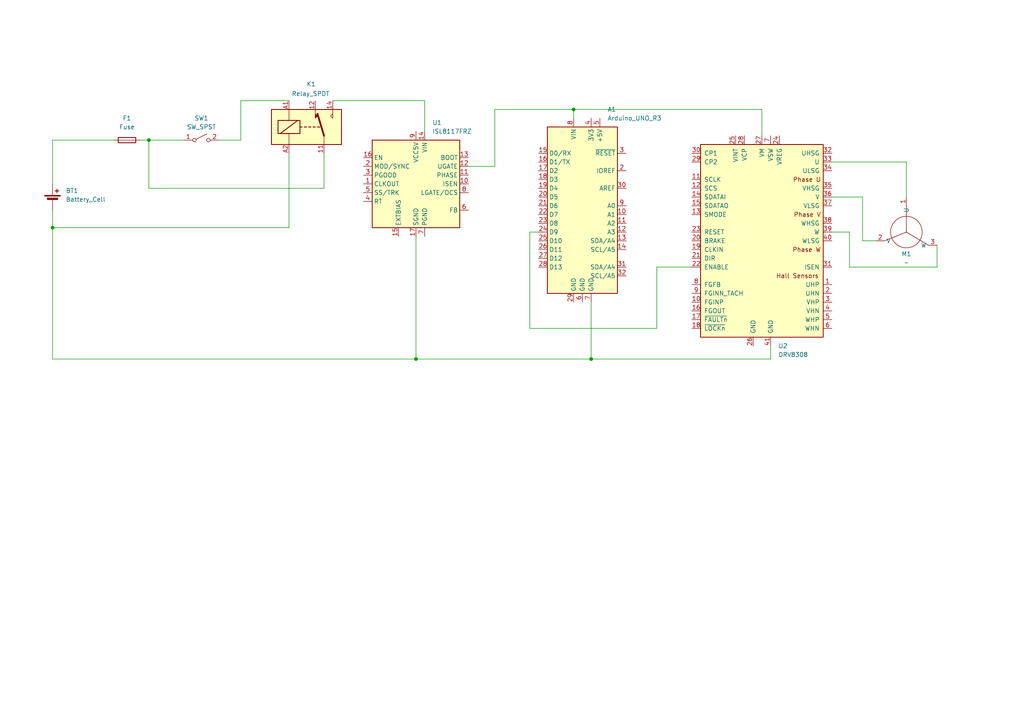
<source format=kicad_sch>
(kicad_sch (version 20231120) (generator "eeschema") (generator_version "8.0")
  (paper "A4")
  (lib_symbols
    (symbol "BLDC motor:BLDC"
      (property "Reference" "M" (at 0 -14.732 0))
      (symbol "BLDC_0_1"
        (circle (center 0 -7.62) (radius 4.5791))
        (polyline (pts (xy 0 -7.62) (xy -6.35 -10.16)))
        (polyline (pts (xy 0 -7.62) (xy 0 0)))
        (polyline (pts (xy 0 -7.62) (xy 6.35 -11.43)))
      )
      (symbol "BLDC_1_1"
        (pin power_out line (at 0 2.54 270) (length 2.54) (name "U") (number "1"))
        (pin power_out line (at -8.89 -10.16 0) (length 2.54) (name "V") (number "2"))
        (pin power_out line (at 8.89 -11.43 180) (length 2.54) (name "W") (number "3"))
      )
    )
    (symbol "Device:Battery_Cell" (pin_numbers hide) (pin_names (offset 0) hide)
      (property "Reference" "BT" (at 2.54 2.54 0))
      (property "Value" "Battery_Cell" (at 2.54 0 0))
      (symbol "Battery_Cell_0_1"
        (rectangle (start -2.286 1.778) (end 2.286 1.524) (fill (type outline)))
        (rectangle (start -1.524 1.016) (end 1.524 0.508) (fill (type outline)))
        (polyline (pts (xy 0 0.762) (xy 0 0)))
        (polyline (pts (xy 0 1.778) (xy 0 2.54)))
        (polyline (pts (xy 0.762 3.048) (xy 1.778 3.048)) (stroke (width 0.254)))
        (polyline (pts (xy 1.27 3.556) (xy 1.27 2.54)) (stroke (width 0.254)))
      )
      (symbol "Battery_Cell_1_1"
        (pin passive line (at 0 5.08 270) (length 2.54) (name "+") (number "1"))
        (pin passive line (at 0 -2.54 90) (length 2.54) (name "-") (number "2"))
      )
    )
    (symbol "Device:Fuse" (pin_numbers hide) (pin_names (offset 0))
      (property "Reference" "F" (at 2.032 0 90))
      (property "Value" "Fuse" (at -1.905 0 90))
      (symbol "Fuse_0_1"
        (rectangle (start -0.762 -2.54) (end 0.762 2.54) (stroke (width 0.254)))
        (polyline (pts (xy 0 2.54) (xy 0 -2.54)))
      )
      (symbol "Fuse_1_1"
        (pin passive line (at 0 3.81 270) (length 1.27) (name "~") (number "1"))
        (pin passive line (at 0 -3.81 90) (length 1.27) (name "~") (number "2"))
      )
    )
    (symbol "Driver_Motor:DRV8308" (pin_names (offset 1.016))
      (property "Reference" "U" (at -17.78 36.83 0))
      (property "Value" "DRV8308" (at -17.78 -21.59 0))
      (symbol "DRV8308_0_0"
        (text "Hall Sensors" (at 16.51 -2.54 0) (effects (font (size 1.27 1.27)) (justify right)))
        (text "Phase U" (at 17.145 25.4 0) (effects (font (size 1.27 1.27)) (justify right)))
        (text "Phase V" (at 17.145 15.24 0) (effects (font (size 1.27 1.27)) (justify right)))
        (text "Phase W" (at 17.145 5.08 0) (effects (font (size 1.27 1.27)) (justify right)))
      )
      (symbol "DRV8308_0_1"
        (rectangle (start -17.78 35.56) (end 17.78 -20.32) (stroke (width 0.254)) (fill (type background)))
      )
      (symbol "DRV8308_1_1"
        (pin input line (at 20.32 -5.08 180) (length 2.54) (name "UHP") (number "1"))
        (pin bidirectional line (at -20.32 -10.16 0) (length 2.54) (name "FGINP") (number "10"))
        (pin input line (at -20.32 25.4 0) (length 2.54) (name "SCLK") (number "11"))
        (pin input line (at -20.32 22.86 0) (length 2.54) (name "SCS") (number "12"))
        (pin input line (at -20.32 15.24 0) (length 2.54) (name "SMODE") (number "13"))
        (pin input line (at -20.32 20.32 0) (length 2.54) (name "SDATAI") (number "14"))
        (pin output line (at -20.32 17.78 0) (length 2.54) (name "SDATAO") (number "15"))
        (pin output line (at -20.32 -12.7 0) (length 2.54) (name "FGOUT") (number "16"))
        (pin output line (at -20.32 -15.24 0) (length 2.54) (name "~{FAULTn}") (number "17"))
        (pin output line (at -20.32 -17.78 0) (length 2.54) (name "~{LOCKn}") (number "18"))
        (pin input line (at -20.32 5.08 0) (length 2.54) (name "CLKIN") (number "19"))
        (pin input line (at 20.32 -7.62 180) (length 2.54) (name "UHN") (number "2"))
        (pin input line (at -20.32 7.62 0) (length 2.54) (name "BRAKE") (number "20"))
        (pin input line (at -20.32 2.54 0) (length 2.54) (name "DIR") (number "21"))
        (pin input line (at -20.32 0 0) (length 2.54) (name "ENABLE") (number "22"))
        (pin input line (at -20.32 10.16 0) (length 2.54) (name "RESET") (number "23"))
        (pin power_out line (at 5.08 38.1 270) (length 2.54) (name "VREG") (number "24"))
        (pin passive line (at -7.62 38.1 270) (length 2.54) (name "VINT") (number "25"))
        (pin power_in line (at -2.54 -22.86 90) (length 2.54) (name "GND") (number "26"))
        (pin power_in line (at 0 38.1 270) (length 2.54) (name "VM") (number "27"))
        (pin passive line (at -5.08 38.1 270) (length 2.54) (name "VCP") (number "28"))
        (pin passive line (at -20.32 30.48 0) (length 2.54) (name "CP2") (number "29"))
        (pin input line (at 20.32 -10.16 180) (length 2.54) (name "VHP") (number "3"))
        (pin passive line (at -20.32 33.02 0) (length 2.54) (name "CP1") (number "30"))
        (pin input line (at 20.32 0 180) (length 2.54) (name "ISEN") (number "31"))
        (pin output line (at 20.32 33.02 180) (length 2.54) (name "UHSG") (number "32"))
        (pin input line (at 20.32 30.48 180) (length 2.54) (name "U") (number "33"))
        (pin output line (at 20.32 27.94 180) (length 2.54) (name "ULSG") (number "34"))
        (pin output line (at 20.32 22.86 180) (length 2.54) (name "VHSG") (number "35"))
        (pin input line (at 20.32 20.32 180) (length 2.54) (name "V") (number "36"))
        (pin output line (at 20.32 17.78 180) (length 2.54) (name "VLSG") (number "37"))
        (pin output line (at 20.32 12.7 180) (length 2.54) (name "WHSG") (number "38"))
        (pin input line (at 20.32 10.16 180) (length 2.54) (name "W") (number "39"))
        (pin input line (at 20.32 -12.7 180) (length 2.54) (name "VHN") (number "4"))
        (pin output line (at 20.32 7.62 180) (length 2.54) (name "WLSG") (number "40"))
        (pin power_in line (at 2.54 -22.86 90) (length 2.54) (name "GND") (number "41"))
        (pin input line (at 20.32 -15.24 180) (length 2.54) (name "WHP") (number "5"))
        (pin input line (at 20.32 -17.78 180) (length 2.54) (name "WHN") (number "6"))
        (pin power_out line (at 2.54 38.1 270) (length 2.54) (name "VSW") (number "7"))
        (pin output line (at -20.32 -5.08 0) (length 2.54) (name "FGFB") (number "8"))
        (pin input line (at -20.32 -7.62 0) (length 2.54) (name "FGINN_TACH") (number "9"))
      )
    )
    (symbol "MCU_Module:Arduino_UNO_R3"
      (property "Reference" "A" (at -10.16 23.495 0))
      (property "Value" "Arduino_UNO_R3" (at 5.08 -26.67 0))
      (symbol "Arduino_UNO_R3_0_1"
        (rectangle (start -10.16 22.86) (end 10.16 -25.4) (stroke (width 0.254)) (fill (type background)))
      )
      (symbol "Arduino_UNO_R3_1_1"
        (pin no_connect line (at -10.16 -20.32 0) (length 2.54) hide (name "NC") (number "1"))
        (pin bidirectional line (at 12.7 -2.54 180) (length 2.54) (name "A1") (number "10"))
        (pin bidirectional line (at 12.7 -5.08 180) (length 2.54) (name "A2") (number "11"))
        (pin bidirectional line (at 12.7 -7.62 180) (length 2.54) (name "A3") (number "12"))
        (pin bidirectional line (at 12.7 -10.16 180) (length 2.54) (name "SDA/A4") (number "13"))
        (pin bidirectional line (at 12.7 -12.7 180) (length 2.54) (name "SCL/A5") (number "14"))
        (pin bidirectional line (at -12.7 15.24 0) (length 2.54) (name "D0/RX") (number "15"))
        (pin bidirectional line (at -12.7 12.7 0) (length 2.54) (name "D1/TX") (number "16"))
        (pin bidirectional line (at -12.7 10.16 0) (length 2.54) (name "D2") (number "17"))
        (pin bidirectional line (at -12.7 7.62 0) (length 2.54) (name "D3") (number "18"))
        (pin bidirectional line (at -12.7 5.08 0) (length 2.54) (name "D4") (number "19"))
        (pin output line (at 12.7 10.16 180) (length 2.54) (name "IOREF") (number "2"))
        (pin bidirectional line (at -12.7 2.54 0) (length 2.54) (name "D5") (number "20"))
        (pin bidirectional line (at -12.7 0 0) (length 2.54) (name "D6") (number "21"))
        (pin bidirectional line (at -12.7 -2.54 0) (length 2.54) (name "D7") (number "22"))
        (pin bidirectional line (at -12.7 -5.08 0) (length 2.54) (name "D8") (number "23"))
        (pin bidirectional line (at -12.7 -7.62 0) (length 2.54) (name "D9") (number "24"))
        (pin bidirectional line (at -12.7 -10.16 0) (length 2.54) (name "D10") (number "25"))
        (pin bidirectional line (at -12.7 -12.7 0) (length 2.54) (name "D11") (number "26"))
        (pin bidirectional line (at -12.7 -15.24 0) (length 2.54) (name "D12") (number "27"))
        (pin bidirectional line (at -12.7 -17.78 0) (length 2.54) (name "D13") (number "28"))
        (pin power_in line (at -2.54 -27.94 90) (length 2.54) (name "GND") (number "29"))
        (pin input line (at 12.7 15.24 180) (length 2.54) (name "~{RESET}") (number "3"))
        (pin input line (at 12.7 5.08 180) (length 2.54) (name "AREF") (number "30"))
        (pin bidirectional line (at 12.7 -17.78 180) (length 2.54) (name "SDA/A4") (number "31"))
        (pin bidirectional line (at 12.7 -20.32 180) (length 2.54) (name "SCL/A5") (number "32"))
        (pin power_out line (at 2.54 25.4 270) (length 2.54) (name "3V3") (number "4"))
        (pin power_out line (at 5.08 25.4 270) (length 2.54) (name "+5V") (number "5"))
        (pin power_in line (at 0 -27.94 90) (length 2.54) (name "GND") (number "6"))
        (pin power_in line (at 2.54 -27.94 90) (length 2.54) (name "GND") (number "7"))
        (pin power_in line (at -2.54 25.4 270) (length 2.54) (name "VIN") (number "8"))
        (pin bidirectional line (at 12.7 0 180) (length 2.54) (name "A0") (number "9"))
      )
    )
    (symbol "Regulator_Switching:ISL8117FRZ"
      (property "Reference" "U" (at -12.7 13.97 0))
      (property "Value" "ISL8117FRZ" (at 3.81 13.97 0))
      (symbol "ISL8117FRZ_0_1"
        (rectangle (start -12.7 12.7) (end 12.7 -12.7) (stroke (width 0.254)) (fill (type background)))
      )
      (symbol "ISL8117FRZ_1_1"
        (pin input line (at -15.24 0 0) (length 2.54) (name "CLKOUT") (number "1"))
        (pin input line (at 15.24 0 180) (length 2.54) (name "ISEN") (number "10"))
        (pin input line (at 15.24 2.54 180) (length 2.54) (name "PHASE") (number "11"))
        (pin output line (at 15.24 5.08 180) (length 2.54) (name "UGATE") (number "12"))
        (pin input line (at 15.24 7.62 180) (length 2.54) (name "BOOT") (number "13"))
        (pin power_in line (at 2.54 15.24 270) (length 2.54) (name "VIN") (number "14"))
        (pin input line (at -5.08 -15.24 90) (length 2.54) (name "EXTBIAS") (number "15"))
        (pin input line (at -15.24 7.62 0) (length 2.54) (name "EN") (number "16"))
        (pin power_in line (at 0 -15.24 90) (length 2.54) (name "SGND") (number "17"))
        (pin input line (at -15.24 5.08 0) (length 2.54) (name "MOD/SYNC") (number "2"))
        (pin input line (at -15.24 2.54 0) (length 2.54) (name "PGOOD") (number "3"))
        (pin input line (at -15.24 -5.08 0) (length 2.54) (name "RT") (number "4"))
        (pin input line (at -15.24 -2.54 0) (length 2.54) (name "SS/TRK") (number "5"))
        (pin input line (at 15.24 -7.62 180) (length 2.54) (name "FB") (number "6"))
        (pin power_in line (at 2.54 -15.24 90) (length 2.54) (name "PGND") (number "7"))
        (pin input line (at 15.24 -2.54 180) (length 2.54) (name "LGATE/OCS") (number "8"))
        (pin power_in line (at 0 15.24 270) (length 2.54) (name "VCC5V") (number "9"))
      )
    )
    (symbol "Relay:Relay_SPDT"
      (property "Reference" "K" (at 11.43 3.81 0))
      (property "Value" "Relay_SPDT" (at 11.43 1.27 0))
      (symbol "Relay_SPDT_0_0"
        (polyline (pts (xy 7.62 5.08) (xy 7.62 2.54) (xy 6.985 3.175) (xy 7.62 3.81)))
      )
      (symbol "Relay_SPDT_0_1"
        (rectangle (start -10.16 5.08) (end 10.16 -5.08) (stroke (width 0.254)) (fill (type background)))
        (rectangle (start -8.255 1.905) (end -1.905 -1.905) (stroke (width 0.254)))
        (polyline (pts (xy -7.62 -1.905) (xy -2.54 1.905)) (stroke (width 0.254)))
        (polyline (pts (xy -5.08 -5.08) (xy -5.08 -1.905)))
        (polyline (pts (xy -5.08 5.08) (xy -5.08 1.905)))
        (polyline (pts (xy -1.905 0) (xy -1.27 0)) (stroke (width 0.254)))
        (polyline (pts (xy -0.635 0) (xy 0 0)) (stroke (width 0.254)))
        (polyline (pts (xy 0.635 0) (xy 1.27 0)) (stroke (width 0.254)))
        (polyline (pts (xy 1.905 0) (xy 2.54 0)) (stroke (width 0.254)))
        (polyline (pts (xy 3.175 0) (xy 3.81 0)) (stroke (width 0.254)))
        (polyline (pts (xy 5.08 -2.54) (xy 3.175 3.81)) (stroke (width 0.508)))
        (polyline (pts (xy 5.08 -2.54) (xy 5.08 -5.08)))
        (polyline (pts (xy 2.54 5.08) (xy 2.54 2.54) (xy 3.175 3.175) (xy 2.54 3.81)) (fill (type outline)))
      )
      (symbol "Relay_SPDT_1_1"
        (pin passive line (at 5.08 -7.62 90) (length 2.54) (name "~") (number "11"))
        (pin passive line (at 2.54 7.62 270) (length 2.54) (name "~") (number "12"))
        (pin passive line (at 7.62 7.62 270) (length 2.54) (name "~") (number "14"))
        (pin passive line (at -5.08 7.62 270) (length 2.54) (name "~") (number "A1"))
        (pin passive line (at -5.08 -7.62 90) (length 2.54) (name "~") (number "A2"))
      )
    )
    (symbol "Switch:SW_SPST" (pin_names (offset 0) hide)
      (property "Reference" "SW" (at 0 3.175 0))
      (property "Value" "SW_SPST" (at 0 -2.54 0))
      (symbol "SW_SPST_0_0"
        (circle (center -2.032 0) (radius 0.508))
        (polyline (pts (xy -1.524 0.254) (xy 1.524 1.778)))
        (circle (center 2.032 0) (radius 0.508))
      )
      (symbol "SW_SPST_1_1"
        (pin passive line (at -5.08 0 0) (length 2.54) (name "A") (number "1"))
        (pin passive line (at 5.08 0 180) (length 2.54) (name "B") (number "2"))
      )
    )
  )
  (junction (at 43.18 40.64))
  (junction (at 15.24 66.04))
  (junction (at 171.45 104.14))
  (junction (at 120.65 104.14))
  (junction (at 166.37 31.75))
  (wire (pts (xy 15.24 66.04) (xy 15.24 104.14)))
  (wire (pts (xy 43.18 54.61) (xy 43.18 40.64)))
  (wire (pts (xy 153.67 67.31) (xy 153.67 95.25)))
  (wire (pts (xy 83.82 44.45) (xy 83.82 66.04)))
  (wire (pts (xy 43.18 40.64) (xy 53.34 40.64)))
  (wire (pts (xy 220.98 39.37) (xy 220.98 31.75)))
  (wire (pts (xy 120.65 68.58) (xy 120.65 104.14)))
  (wire (pts (xy 166.37 31.75) (xy 166.37 34.29)))
  (wire (pts (xy 69.85 40.64) (xy 69.85 29.21)))
  (wire (pts (xy 15.24 104.14) (xy 120.65 104.14)))
  (wire (pts (xy 135.89 48.26) (xy 143.51 48.26)))
  (wire (pts (xy 220.98 31.75) (xy 166.37 31.75)))
  (wire (pts (xy 123.19 29.21) (xy 123.19 38.1)))
  (wire (pts (xy 262.89 46.99) (xy 241.3 46.99)))
  (wire (pts (xy 241.3 67.31) (xy 246.38 67.31)))
  (wire (pts (xy 153.67 95.25) (xy 190.5 95.25)))
  (wire (pts (xy 69.85 29.21) (xy 83.82 29.21)))
  (wire (pts (xy 15.24 53.34) (xy 15.24 40.64)))
  (wire (pts (xy 246.38 77.47) (xy 246.38 67.31)))
  (wire (pts (xy 143.51 31.75) (xy 143.51 48.26)))
  (wire (pts (xy 40.64 40.64) (xy 43.18 40.64)))
  (wire (pts (xy 120.65 104.14) (xy 171.45 104.14)))
  (wire (pts (xy 83.82 66.04) (xy 15.24 66.04)))
  (wire (pts (xy 223.52 104.14) (xy 171.45 104.14)))
  (wire (pts (xy 171.45 87.63) (xy 171.45 104.14)))
  (wire (pts (xy 250.19 57.15) (xy 241.3 57.15)))
  (wire (pts (xy 143.51 31.75) (xy 166.37 31.75)))
  (wire (pts (xy 190.5 95.25) (xy 190.5 77.47)))
  (wire (pts (xy 96.52 29.21) (xy 123.19 29.21)))
  (wire (pts (xy 15.24 40.64) (xy 33.02 40.64)))
  (wire (pts (xy 271.78 77.47) (xy 246.38 77.47)))
  (wire (pts (xy 63.5 40.64) (xy 69.85 40.64)))
  (wire (pts (xy 93.98 44.45) (xy 93.98 54.61)))
  (wire (pts (xy 223.52 100.33) (xy 223.52 104.14)))
  (wire (pts (xy 271.78 71.12) (xy 271.78 77.47)))
  (wire (pts (xy 250.19 69.85) (xy 250.19 57.15)))
  (wire (pts (xy 156.21 67.31) (xy 153.67 67.31)))
  (wire (pts (xy 262.89 57.15) (xy 262.89 46.99)))
  (wire (pts (xy 190.5 77.47) (xy 200.66 77.47)))
  (wire (pts (xy 15.24 66.04) (xy 15.24 60.96)))
  (wire (pts (xy 93.98 54.61) (xy 43.18 54.61)))
  (wire (pts (xy 254 69.85) (xy 250.19 69.85)))
  (symbol (lib_id "Device:Battery_Cell") (at 15.24 58.42 0) (unit 1)
    (property "Reference" "BT1" (at 19.05 55.3084 0) (effects (justify left)))
    (property "Value" "Battery_Cell" (at 19.05 57.8484 0) (effects (justify left)))
    (property "Description" "Single-cell battery" (effects (hide yes)))
  )
  (symbol (lib_id "Regulator_Switching:ISL8117FRZ") (at 120.65 53.34 0) (unit 1)
    (property "Reference" "U1" (at 125.3841 35.56 0) (effects (justify left)))
    (property "Value" "ISL8117FRZ" (at 125.3841 38.1 0) (effects (justify left)))
    (property "Footprint" "Package_DFN_QFN:QFN-16-1EP_4x4mm_P0.5mm_EP2.45x2.45mm" (effects (hide yes)))
    (property "Datasheet" "https://www.intersil.com/content/dam/Intersil/documents/isl8/isl8117.pdf" (effects (hide yes)))
    (property "Description" "Synchronous step-down PWM controller, 4.5v to 60v input, 0.6v to 54v Output Voltage, QFN-16" (effects (hide yes)))
  )
  (symbol (lib_id "Relay:Relay_SPDT") (at 88.9 36.83 0) (unit 1)
    (property "Reference" "K1" (at 88.9 24.384 0) (effects (justify left)))
    (property "Value" "Relay_SPDT" (at 84.582 27.178 0) (effects (justify left)))
    (property "Description" "Monostable Relay SPDT, EN50005" (effects (hide yes)))
  )
  (symbol (lib_id "MCU_Module:Arduino_UNO_R3") (at 168.91 59.69 0) (unit 1)
    (property "Reference" "A1" (at 176.1841 31.75 0) (effects (justify left)))
    (property "Value" "Arduino_UNO_R3" (at 176.1841 34.29 0) (effects (justify left)))
    (property "Footprint" "Module:Arduino_UNO_R3" (effects (hide yes)))
    (property "Datasheet" "https://www.arduino.cc/en/Main/arduinoBoardUno" (effects (hide yes)))
    (property "Description" "Arduino UNO Microcontroller Module, release 3" (effects (hide yes)))
  )
  (symbol (lib_id "Switch:SW_SPST") (at 58.42 40.64 0) (unit 1)
    (property "Reference" "SW1" (at 58.42 34.29 0))
    (property "Value" "SW_SPST" (at 58.42 36.83 0))
    (property "Description" "Single Pole Single Throw (SPST) switch" (effects (hide yes)))
  )
  (symbol (lib_id "Device:Fuse") (at 36.83 40.64 270) (unit 1)
    (property "Reference" "F1" (at 36.83 34.29 90))
    (property "Value" "Fuse" (at 36.83 36.83 90))
    (property "Description" "Fuse" (effects (hide yes)))
  )
  (symbol (lib_id "BLDC motor:BLDC") (at 262.89 59.69 0) (unit 1)
    (property "Reference" "M1" (at 262.89 73.66 0))
    (property "Value" "~" (at 262.89 76.2 0))
  )
  (symbol (lib_id "Driver_Motor:DRV8308") (at 220.98 77.47 0) (unit 1)
    (property "Reference" "U2" (at 225.7141 100.33 0) (effects (justify left)))
    (property "Value" "DRV8308" (at 225.7141 102.87 0) (effects (justify left)))
    (property "Footprint" "Package_DFN_QFN:Texas_RHA0040E_VQFN-40-1EP_6x6mm_P0.5mm_EP3.52x2.62mm" (effects (hide yes)))
    (property "Datasheet" "http://www.ti.com/lit/ds/symlink/drv8308.pdf" (effects (hide yes)))
    (property "Description" "Brushless DC motor controller, closed loop, hall sensor inputs, current limiting, SPI interface" (effects (hide yes)))
  )
)
</source>
